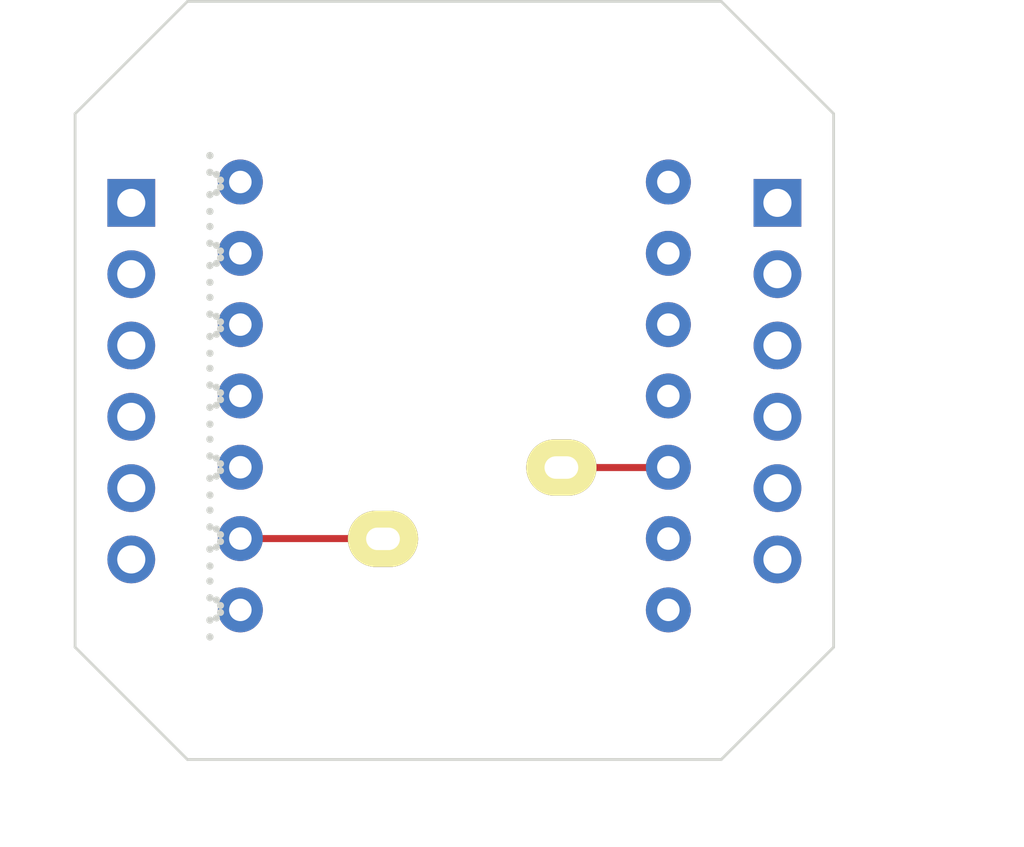
<source format=kicad_pcb>
(kicad_pcb (version 20211014) (generator pcbnew)
  (layers (0 "F.Cu" signal) (31 "B.Cu" signal) (34 "B.Paste" user) (35 "F.Paste" user) (36 "B.SilkS" user "B.Silkscreen") (37 "F.SilkS" user "F.Silkscreen") (38 "B.Mask" user) (39 "F.Mask" user) (44 "Edge.Cuts" user))
  (net 0 "")
  (net 1 "GND")
  (net 2 "Row0")
  (net 3 "Col0")
  (net 4 "VCC")
  (footprint "kbd_SW:CherryMX_Solder_1u" (layer "F.Cu") (at 195 106.561786 180)
    (fp_text reference "SW1" hide)
    (fp_text value "SW_1" hide)
    (pad "" np_thru_hole circle locked (at 5.08 0 270) (size 1.9 1.9) (drill 1.9) (layers *.Cu *.Mask))
    (pad "" np_thru_hole circle locked (at 0 0 270) (size 4 4) (drill 4) (layers *.Cu *.Mask))
    (pad "" np_thru_hole circle locked (at -5.08 0 270) (size 1.9 1.9) (drill 1.9) (layers *.Cu *.Mask))
    (pad "1" thru_hole oval locked (at -3.81 -2.54 180) (size 2.5 2) (drill oval 1.2 0.8) (layers *.Cu "F.SilkS" "B.Mask") (net 3 "Col0"))
    (pad "2" thru_hole oval locked (at 2.54 -5.08 180) (size 2.5 2) (drill oval 1.2 0.8) (layers *.Cu "F.SilkS" "B.Mask") (net 2 "Row0"))
  )
  (footprint "takashicompany:XIAO-RP2040-inside-only_Cutout" (layer "B.Cu") (at 195 106.561786 180)
    (fp_text reference "U1" hide)
    (fp_text value "MOUDLE-SEEEDUINO-XIAO" hide)
    (fp_curve (pts (xy 8.32282 -0.123257) (xy 8.32282 -0.123257) (xy 8.32282 -0.123257) (xy 8.32282 -0.123257)) (layer "Edge.Cuts") (width 0.25))
    (fp_curve (pts (xy 8.701117 -3.520564) (xy 8.701117 -3.520564) (xy 8.701117 -3.520564) (xy 8.701117 -3.520564)) (layer "Edge.Cuts") (width 0.25))
    (fp_curve (pts (xy 8.701117 6.045693) (xy 8.701117 6.045693) (xy 8.701117 6.045693) (xy 8.701117 6.045693)) (layer "Edge.Cuts") (width 0.25))
    (fp_curve (pts (xy 8.32282 5.174196) (xy 8.32282 5.174196) (xy 8.32282 5.174196) (xy 8.32282 5.174196)) (layer "Edge.Cuts") (width 0.25))
    (fp_curve (pts (xy 8.701117 5.449045) (xy 8.701117 5.449045) (xy 8.701117 5.449045) (xy 8.701117 5.449045)) (layer "Edge.Cuts") (width 0.25))
    (fp_curve (pts (xy 8.32282 0.122576) (xy 8.32282 0.122576) (xy 8.32282 0.122576) (xy 8.32282 0.122576)) (layer "Edge.Cuts") (width 0.25))
    (fp_curve (pts (xy 8.701117 -0.994754) (xy 8.701117 -0.994754) (xy 8.701117 -0.994754) (xy 8.701117 -0.994754)) (layer "Edge.Cuts") (width 0.25))
    (fp_curve (pts (xy 8.701117 2.127704) (xy 8.701117 2.127704) (xy 8.701117 2.127704) (xy 8.701117 2.127704)) (layer "Edge.Cuts") (width 0.25))
    (fp_curve (pts (xy 8.701117 4.653514) (xy 8.701117 4.653514) (xy 8.701117 4.653514) (xy 8.701117 4.653514)) (layer "Edge.Cuts") (width 0.25))
    (fp_curve (pts (xy 8.701117 1.531056) (xy 8.701117 1.531056) (xy 8.701117 1.531056) (xy 8.701117 1.531056)) (layer "Edge.Cuts") (width 0.25))
    (fp_curve (pts (xy 8.467317 2.847268) (xy 8.467317 2.847268) (xy 8.467317 2.847268) (xy 8.467317 2.847268)) (layer "Edge.Cuts") (width 0.25))
    (fp_curve (pts (xy 8.701117 3.519883) (xy 8.701117 3.519883) (xy 8.701117 3.519883) (xy 8.701117 3.519883)) (layer "Edge.Cuts") (width 0.25))
    (fp_curve (pts (xy 8.467317 4.729481) (xy 8.467317 4.729481) (xy 8.467317 4.729481) (xy 8.467317 4.729481)) (layer "Edge.Cuts") (width 0.25))
    (fp_curve (pts (xy 8.701117 -7.180005) (xy 8.701117 -7.180005) (xy 8.701117 -7.180005) (xy 8.701117 -7.180005)) (layer "Edge.Cuts") (width 0.25))
    (fp_curve (pts (xy 8.32282 -4.929044) (xy 8.32282 -4.929044) (xy 8.32282 -4.929044) (xy 8.32282 -4.929044)) (layer "Edge.Cuts") (width 0.25))
    (fp_curve (pts (xy 8.701117 2.923235) (xy 8.701117 2.923235) (xy 8.701117 2.923235) (xy 8.701117 2.923235)) (layer "Edge.Cuts") (width 0.25))
    (fp_curve (pts (xy 8.701117 7.974855) (xy 8.701117 7.974855) (xy 8.701117 7.974855) (xy 8.701117 7.974855)) (layer "Edge.Cuts") (width 0.25))
    (fp_curve (pts (xy 8.32282 4.928363) (xy 8.32282 4.928363) (xy 8.32282 4.928363) (xy 8.32282 4.928363)) (layer "Edge.Cuts") (width 0.25))
    (fp_curve (pts (xy 8.701117 -7.180005) (xy 8.701117 -7.180005) (xy 8.701117 -7.180005) (xy 8.701117 -7.180005)) (layer "Edge.Cuts") (width 0.25))
    (fp_curve (pts (xy 8.701117 8.571503) (xy 8.701117 8.571503) (xy 8.701117 8.571503) (xy 8.701117 8.571503)) (layer "Edge.Cuts") (width 0.25))
    (fp_curve (pts (xy 8.701117 -0.994754) (xy 8.701117 -0.994754) (xy 8.701117 -0.994754) (xy 8.701117 -0.994754)) (layer "Edge.Cuts") (width 0.25))
    (fp_curve (pts (xy 8.701117 4.653514) (xy 8.701117 4.653514) (xy 8.701117 4.653514) (xy 8.701117 4.653514)) (layer "Edge.Cuts") (width 0.25))
    (fp_curve (pts (xy 8.701117 0.994073) (xy 8.701117 0.994073) (xy 8.701117 0.994073) (xy 8.701117 0.994073)) (layer "Edge.Cuts") (width 0.25))
    (fp_curve (pts (xy 8.701117 0.397425) (xy 8.701117 0.397425) (xy 8.701117 0.397425) (xy 8.701117 0.397425)) (layer "Edge.Cuts") (width 0.25))
    (fp_curve (pts (xy 8.32282 -2.649067) (xy 8.32282 -2.649067) (xy 8.32282 -2.649067) (xy 8.32282 -2.649067)) (layer "Edge.Cuts") (width 0.25))
    (fp_curve (pts (xy 8.701117 6.582676) (xy 8.701117 6.582676) (xy 8.701117 6.582676) (xy 8.701117 6.582676)) (layer "Edge.Cuts") (width 0.25))
    (fp_curve (pts (xy 8.467317 7.898889) (xy 8.467317 7.898889) (xy 8.467317 7.898889) (xy 8.467317 7.898889)) (layer "Edge.Cuts") (width 0.25))
    (fp_curve (pts (xy 8.701117 -2.128385) (xy 8.701117 -2.128385) (xy 8.701117 -2.128385) (xy 8.701117 -2.128385)) (layer "Edge.Cuts") (width 0.25))
    (fp_curve (pts (xy 8.701117 -0.398106) (xy 8.701117 -0.398106) (xy 8.701117 -0.398106) (xy 8.701117 -0.398106)) (layer "Edge.Cuts") (width 0.25))
    (fp_curve (pts (xy 8.467317 -7.89957) (xy 8.467317 -7.89957) (xy 8.467317 -7.89957) (xy 8.467317 -7.89957)) (layer "Edge.Cuts") (width 0.25))
    (fp_curve (pts (xy 8.467317 5.373078) (xy 8.467317 5.373078) (xy 8.467317 5.373078) (xy 8.467317 5.373078)) (layer "Edge.Cuts") (width 0.25))
    (fp_curve (pts (xy 8.701117 -8.572184) (xy 8.701117 -8.572184) (xy 8.701117 -8.572184) (xy 8.701117 -8.572184)) (layer "Edge.Cuts") (width 0.25))
    (fp_curve (pts (xy 8.701117 -2.923916) (xy 8.701117 -2.923916) (xy 8.701117 -2.923916) (xy 8.701117 -2.923916)) (layer "Edge.Cuts") (width 0.25))
    (fp_curve (pts (xy 8.701117 -6.583357) (xy 8.701117 -6.583357) (xy 8.701117 -6.583357) (xy 8.701117 -6.583357)) (layer "Edge.Cuts") (width 0.25))
    (fp_curve (pts (xy 8.701117 -7.975536) (xy 8.701117 -7.975536) (xy 8.701117 -7.975536) (xy 8.701117 -7.975536)) (layer "Edge.Cuts") (width 0.25))
    (fp_curve (pts (xy 8.701117 -8.572184) (xy 8.701117 -8.572184) (xy 8.701117 -8.572184) (xy 8.701117 -8.572184)) (layer "Edge.Cuts") (width 0.25))
    (fp_curve (pts (xy 8.32282 -7.454855) (xy 8.32282 -7.454855) (xy 8.32282 -7.454855) (xy 8.32282 -7.454855)) (layer "Edge.Cuts") (width 0.25))
    (fp_curve (pts (xy 8.701117 -0.398106) (xy 8.701117 -0.398106) (xy 8.701117 -0.398106) (xy 8.701117 -0.398106)) (layer "Edge.Cuts") (width 0.25))
    (fp_curve (pts (xy 8.701117 8.571503) (xy 8.701117 8.571503) (xy 8.701117 8.571503) (xy 8.701117 8.571503)) (layer "Edge.Cuts") (width 0.25))
    (fp_curve (pts (xy 8.701117 7.179324) (xy 8.701117 7.179324) (xy 8.701117 7.179324) (xy 8.701117 7.179324)) (layer "Edge.Cuts") (width 0.25))
    (fp_curve (pts (xy 8.701117 -0.994754) (xy 8.701117 -0.994754) (xy 8.701117 -0.994754) (xy 8.701117 -0.994754)) (layer "Edge.Cuts") (width 0.25))
    (fp_curve (pts (xy 8.701117 -1.531737) (xy 8.701117 -1.531737) (xy 8.701117 -1.531737) (xy 8.701117 -1.531737)) (layer "Edge.Cuts") (width 0.25))
    (fp_curve (pts (xy 8.701117 -7.180005) (xy 8.701117 -7.180005) (xy 8.701117 -7.180005) (xy 8.701117 -7.180005)) (layer "Edge.Cuts") (width 0.25))
    (fp_curve (pts (xy 8.701117 -2.128385) (xy 8.701117 -2.128385) (xy 8.701117 -2.128385) (xy 8.701117 -2.128385)) (layer "Edge.Cuts") (width 0.25))
    (fp_curve (pts (xy 8.32282 -2.403234) (xy 8.32282 -2.403234) (xy 8.32282 -2.403234) (xy 8.32282 -2.403234)) (layer "Edge.Cuts") (width 0.25))
    (fp_curve (pts (xy 8.467317 -5.37376) (xy 8.467317 -5.37376) (xy 8.467317 -5.37376) (xy 8.467317 -5.37376)) (layer "Edge.Cuts") (width 0.25))
    (fp_curve (pts (xy 8.32282 2.402553) (xy 8.32282 2.402553) (xy 8.32282 2.402553) (xy 8.32282 2.402553)) (layer "Edge.Cuts") (width 0.25))
    (fp_curve (pts (xy 8.32282 -5.174877) (xy 8.32282 -5.174877) (xy 8.32282 -5.174877) (xy 8.32282 -5.174877)) (layer "Edge.Cuts") (width 0.25))
    (fp_curve (pts (xy 8.467317 0.321458) (xy 8.467317 0.321458) (xy 8.467317 0.321458) (xy 8.467317 0.321458)) (layer "Edge.Cuts") (width 0.25))
    (fp_curve (pts (xy 8.701117 7.179324) (xy 8.701117 7.179324) (xy 8.701117 7.179324) (xy 8.701117 7.179324)) (layer "Edge.Cuts") (width 0.25))
    (fp_curve (pts (xy 8.701117 -8.572184) (xy 8.701117 -8.572184) (xy 8.701117 -8.572184) (xy 8.701117 -8.572184)) (layer "Edge.Cuts") (width 0.25))
    (fp_curve (pts (xy 8.701117 0.994073) (xy 8.701117 0.994073) (xy 8.701117 0.994073) (xy 8.701117 0.994073)) (layer "Edge.Cuts") (width 0.25))
    (fp_curve (pts (xy 8.701117 2.923235) (xy 8.701117 2.923235) (xy 8.701117 2.923235) (xy 8.701117 2.923235)) (layer "Edge.Cuts") (width 0.25))
    (fp_curve (pts (xy 8.701117 -6.583357) (xy 8.701117 -6.583357) (xy 8.701117 -6.583357) (xy 8.701117 -6.583357)) (layer "Edge.Cuts") (width 0.25))
    (fp_curve (pts (xy 8.701117 -1.531737) (xy 8.701117 -1.531737) (xy 8.701117 -1.531737) (xy 8.701117 -1.531737)) (layer "Edge.Cuts") (width 0.25))
    (fp_curve (pts (xy 8.701117 5.449045) (xy 8.701117 5.449045) (xy 8.701117 5.449045) (xy 8.701117 5.449045)) (layer "Edge.Cuts") (width 0.25))
    (fp_curve (pts (xy 8.701117 1.531056) (xy 8.701117 1.531056) (xy 8.701117 1.531056) (xy 8.701117 1.531056)) (layer "Edge.Cuts") (width 0.25))
    (fp_curve (pts (xy 8.467317 -2.204352) (xy 8.467317 -2.204352) (xy 8.467317 -2.204352) (xy 8.467317 -2.204352)) (layer "Edge.Cuts") (width 0.25))
    (fp_curve (pts (xy 8.701117 6.582676) (xy 8.701117 6.582676) (xy 8.701117 6.582676) (xy 8.701117 6.582676)) (layer "Edge.Cuts") (width 0.25))
    (fp_curve (pts (xy 8.701117 4.056866) (xy 8.701117 4.056866) (xy 8.701117 4.056866) (xy 8.701117 4.056866)) (layer "Edge.Cuts") (width 0.25))
    (fp_curve (pts (xy 8.701117 -1.531737) (xy 8.701117 -1.531737) (xy 8.701117 -1.531737) (xy 8.701117 -1.531737)) (layer "Edge.Cuts") (width 0.25))
    (fp_curve (pts (xy 8.701117 -2.923916) (xy 8.701117 -2.923916) (xy 8.701117 -2.923916) (xy 8.701117 -2.923916)) (layer "Edge.Cuts") (width 0.25))
    (fp_curve (pts (xy 8.701117 6.045693) (xy 8.701117 6.045693) (xy 8.701117 6.045693) (xy 8.701117 6.045693)) (layer "Edge.Cuts") (width 0.25))
    (fp_curve (pts (xy 8.32282 -7.700687) (xy 8.32282 -7.700687) (xy 8.32282 -7.700687) (xy 8.32282 -7.700687)) (layer "Edge.Cuts") (width 0.25))
    (fp_curve (pts (xy 8.701117 7.974855) (xy 8.701117 7.974855) (xy 8.701117 7.974855) (xy 8.701117 7.974855)) (layer "Edge.Cuts") (width 0.25))
    (fp_curve (pts (xy 8.467317 2.203671) (xy 8.467317 2.203671) (xy 8.467317 2.203671) (xy 8.467317 2.203671)) (layer "Edge.Cuts") (width 0.25))
    (fp_curve (pts (xy 8.701117 1.531056) (xy 8.701117 1.531056) (xy 8.701117 1.531056) (xy 8.701117 1.531056)) (layer "Edge.Cuts") (width 0.25))
    (fp_curve (pts (xy 8.32282 7.700006) (xy 8.32282 7.700006) (xy 8.32282 7.700006) (xy 8.32282 7.700006)) (layer "Edge.Cuts") (width 0.25))
    (fp_curve (pts (xy 8.701117 3.519883) (xy 8.701117 3.519883) (xy 8.701117 3.519883) (xy 8.701117 3.519883)) (layer "Edge.Cuts") (width 0.25))
    (fp_curve (pts (xy 8.467317 -4.730162) (xy 8.467317 -4.730162) (xy 8.467317 -4.730162) (xy 8.467317 -4.730162)) (layer "Edge.Cuts") (width 0.25))
    (fp_curve (pts (xy 8.701117 6.045693) (xy 8.701117 6.045693) (xy 8.701117 6.045693) (xy 8.701117 6.045693)) (layer "Edge.Cuts") (width 0.25))
    (fp_curve (pts (xy 8.467317 -7.255972) (xy 8.467317 -7.255972) (xy 8.467317 -7.255972) (xy 8.467317 -7.255972)) (layer "Edge.Cuts") (width 0.25))
    (fp_curve (pts (xy 8.701117 0.397425) (xy 8.701117 0.397425) (xy 8.701117 0.397425) (xy 8.701117 0.397425)) (layer "Edge.Cuts") (width 0.25))
    (fp_curve (pts (xy 8.701117 8.571503) (xy 8.701117 8.571503) (xy 8.701117 8.571503) (xy 8.701117 8.571503)) (layer "Edge.Cuts") (width 0.25))
    (fp_curve (pts (xy 8.701117 -4.057547) (xy 8.701117 -4.057547) (xy 8.701117 -4.057547) (xy 8.701117 -4.057547)) (layer "Edge.Cuts") (width 0.25))
    (fp_curve (pts (xy 8.701117 -6.046374) (xy 8.701117 -6.046374) (xy 8.701117 -6.046374) (xy 8.701117 -6.046374)) (layer "Edge.Cuts") (width 0.25))
    (fp_curve (pts (xy 8.701117 5.449045) (xy 8.701117 5.449045) (xy 8.701117 5.449045) (xy 8.701117 5.449045)) (layer "Edge.Cuts") (width 0.25))
    (fp_curve (pts (xy 8.701117 2.923235) (xy 8.701117 2.923235) (xy 8.701117 2.923235) (xy 8.701117 2.923235)) (layer "Edge.Cuts") (width 0.25))
    (fp_curve (pts (xy 8.701117 -5.449726) (xy 8.701117 -5.449726) (xy 8.701117 -5.449726) (xy 8.701117 -5.449726)) (layer "Edge.Cuts") (width 0.25))
    (fp_curve (pts (xy 8.701117 2.127704) (xy 8.701117 2.127704) (xy 8.701117 2.127704) (xy 8.701117 2.127704)) (layer "Edge.Cuts") (width 0.25))
    (fp_curve (pts (xy 8.32282 7.454173) (xy 8.32282 7.454173) (xy 8.32282 7.454173) (xy 8.32282 7.454173)) (layer "Edge.Cuts") (width 0.25))
    (fp_curve (pts (xy 8.701117 -2.923916) (xy 8.701117 -2.923916) (xy 8.701117 -2.923916) (xy 8.701117 -2.923916)) (layer "Edge.Cuts") (width 0.25))
    (fp_curve (pts (xy 8.467317 7.255291) (xy 8.467317 7.255291) (xy 8.467317 7.255291) (xy 8.467317 7.255291)) (layer "Edge.Cuts") (width 0.25))
    (fp_curve (pts (xy 8.701117 3.519883) (xy 8.701117 3.519883) (xy 8.701117 3.519883) (xy 8.701117 3.519883)) (layer "Edge.Cuts") (width 0.25))
    (fp_curve (pts (xy 8.701117 4.653514) (xy 8.701117 4.653514) (xy 8.701117 4.653514) (xy 8.701117 4.653514)) (layer "Edge.Cuts") (width 0.25))
    (fp_curve (pts (xy 8.701117 -4.057547) (xy 8.701117 -4.057547) (xy 8.701117 -4.057547) (xy 8.701117 -4.057547)) (layer "Edge.Cuts") (width 0.25))
    (fp_curve (pts (xy 8.32282 2.648386) (xy 8.32282 2.648386) (xy 8.32282 2.648386) (xy 8.32282 2.648386)) (layer "Edge.Cuts") (width 0.25))
    (fp_curve (pts (xy 8.701117 -4.057547) (xy 8.701117 -4.057547) (xy 8.701117 -4.057547) (xy 8.701117 -4.057547)) (layer "Edge.Cuts") (width 0.25))
    (fp_curve (pts (xy 8.701117 7.179324) (xy 8.701117 7.179324) (xy 8.701117 7.179324) (xy 8.701117 7.179324)) (layer "Edge.Cuts") (width 0.25))
    (fp_curve (pts (xy 8.701117 -6.046374) (xy 8.701117 -6.046374) (xy 8.701117 -6.046374) (xy 8.701117 -6.046374)) (layer "Edge.Cuts") (width 0.25))
    (fp_curve (pts (xy 8.701117 -6.583357) (xy 8.701117 -6.583357) (xy 8.701117 -6.583357) (xy 8.701117 -6.583357)) (layer "Edge.Cuts") (width 0.25))
    (fp_curve (pts (xy 8.701117 -4.654195) (xy 8.701117 -4.654195) (xy 8.701117 -4.654195) (xy 8.701117 -4.654195)) (layer "Edge.Cuts") (width 0.25))
    (fp_curve (pts (xy 8.701117 -4.654195) (xy 8.701117 -4.654195) (xy 8.701117 -4.654195) (xy 8.701117 -4.654195)) (layer "Edge.Cuts") (width 0.25))
    (fp_curve (pts (xy 8.701117 7.974855) (xy 8.701117 7.974855) (xy 8.701117 7.974855) (xy 8.701117 7.974855)) (layer "Edge.Cuts") (width 0.25))
    (fp_curve (pts (xy 8.701117 0.397425) (xy 8.701117 0.397425) (xy 8.701117 0.397425) (xy 8.701117 0.397425)) (layer "Edge.Cuts") (width 0.25))
    (fp_curve (pts (xy 8.701117 2.127704) (xy 8.701117 2.127704) (xy 8.701117 2.127704) (xy 8.701117 2.127704)) (layer "Edge.Cuts") (width 0.25))
    (fp_curve (pts (xy 8.467317 -0.32214) (xy 8.467317 -0.32214) (xy 8.467317 -0.32214) (xy 8.467317 -0.32214)) (layer "Edge.Cuts") (width 0.25))
    (fp_curve (pts (xy 8.701117 -2.128385) (xy 8.701117 -2.128385) (xy 8.701117 -2.128385) (xy 8.701117 -2.128385)) (layer "Edge.Cuts") (width 0.25))
    (fp_curve (pts (xy 8.701117 -3.520564) (xy 8.701117 -3.520564) (xy 8.701117 -3.520564) (xy 8.701117 -3.520564)) (layer "Edge.Cuts") (width 0.25))
    (fp_curve (pts (xy 8.701117 -7.975536) (xy 8.701117 -7.975536) (xy 8.701117 -7.975536) (xy 8.701117 -7.975536)) (layer "Edge.Cuts") (width 0.25))
    (fp_curve (pts (xy 8.701117 -7.975536) (xy 8.701117 -7.975536) (xy 8.701117 -7.975536) (xy 8.701117 -7.975536)) (layer "Edge.Cuts") (width 0.25))
    (fp_curve (pts (xy 8.701117 4.056866) (xy 8.701117 4.056866) (xy 8.701117 4.056866) (xy 8.701117 4.056866)) (layer "Edge.Cuts") (width 0.25))
    (fp_curve (pts (xy 8.701117 -5.449726) (xy 8.701117 -5.449726) (xy 8.701117 -5.449726) (xy 8.701117 -5.449726)) (layer "Edge.Cuts") (width 0.25))
    (fp_curve (pts (xy 8.701117 -0.398106) (xy 8.701117 -0.398106) (xy 8.701117 -0.398106) (xy 8.701117 -0.398106)) (layer "Edge.Cuts") (width 0.25))
    (fp_curve (pts (xy 8.701117 -4.654195) (xy 8.701117 -4.654195) (xy 8.701117 -4.654195) (xy 8.701117 -4.654195)) (layer "Edge.Cuts") (width 0.25))
    (fp_curve (pts (xy 8.467317 -2.84795) (xy 8.467317 -2.84795) (xy 8.467317 -2.84795) (xy 8.467317 -2.84795)) (layer "Edge.Cuts") (width 0.25))
    (fp_curve (pts (xy 8.701117 -3.520564) (xy 8.701117 -3.520564) (xy 8.701117 -3.520564) (xy 8.701117 -3.520564)) (layer "Edge.Cuts") (width 0.25))
    (fp_curve (pts (xy 8.701117 4.056866) (xy 8.701117 4.056866) (xy 8.701117 4.056866) (xy 8.701117 4.056866)) (layer "Edge.Cuts") (width 0.25))
    (fp_curve (pts (xy 8.701117 -6.046374) (xy 8.701117 -6.046374) (xy 8.701117 -6.046374) (xy 8.701117 -6.046374)) (layer "Edge.Cuts") (width 0.25))
    (fp_curve (pts (xy 8.701117 0.994073) (xy 8.701117 0.994073) (xy 8.701117 0.994073) (xy 8.701117 0.994073)) (layer "Edge.Cuts") (width 0.25))
    (fp_curve (pts (xy 8.701117 -5.449726) (xy 8.701117 -5.449726) (xy 8.701117 -5.449726) (xy 8.701117 -5.449726)) (layer "Edge.Cuts") (width 0.25))
    (fp_curve (pts (xy 8.701117 6.582676) (xy 8.701117 6.582676) (xy 8.701117 6.582676) (xy 8.701117 6.582676)) (layer "Edge.Cuts") (width 0.25))
    (pad "1" thru_hole circle (at -7.6175 7.63 180) (size 1.6 1.6) (drill 0.8) (layers *.Cu *.Mask))
    (pad "2" thru_hole circle (at -7.6175 5.09 180) (size 1.6 1.6) (drill 0.8) (layers *.Cu *.Mask))
    (pad "3" thru_hole circle (at -7.6175 2.55 180) (size 1.6 1.6) (drill 0.8) (layers *.Cu *.Mask))
    (pad "4" thru_hole circle (at -7.6175 0.01 180) (size 1.6 1.6) (drill 0.8) (layers *.Cu *.Mask))
    (pad "5" thru_hole circle (at -7.6175 -2.53 180) (size 1.6 1.6) (drill 0.8) (layers *.Cu *.Mask) (net 3 "Col0"))
    (pad "6" thru_hole circle (at -7.6175 -5.07 180) (size 1.6 1.6) (drill 0.8) (layers *.Cu *.Mask))
    (pad "7" thru_hole circle (at -7.6175 -7.61 180) (size 1.6 1.6) (drill 0.8) (layers *.Cu *.Mask))
    (pad "8" thru_hole circle (at 7.6175 -7.61 180) (size 1.6 1.6) (drill 0.8) (layers *.Cu *.Mask))
    (pad "9" thru_hole circle (at 7.6175 -5.07 180) (size 1.6 1.6) (drill 0.8) (layers *.Cu *.Mask) (net 2 "Row0"))
    (pad "10" thru_hole circle (at 7.6175 -2.53 180) (size 1.6 1.6) (drill 0.8) (layers *.Cu *.Mask))
    (pad "11" thru_hole circle (at 7.6175 0.01 180) (size 1.6 1.6) (drill 0.8) (layers *.Cu *.Mask))
    (pad "12" thru_hole circle (at 7.6175 2.55 180) (size 1.6 1.6) (drill 0.8) (layers *.Cu *.Mask))
    (pad "13" thru_hole circle (at 7.6175 5.09 180) (size 1.6 1.6) (drill 0.8) (layers *.Cu *.Mask) (net 1 "GND"))
    (pad "14" thru_hole circle (at 7.6175 7.63 180) (size 1.6 1.6) (drill 0.8) (layers *.Cu *.Mask) (net 4 "VCC"))
  )
  (footprint "Connector_PinSocket_2.54mm:PinSocket_1x06_P2.54mm_Vertical" (layer "B.Cu") (at 183.5 99.675 180)
    (fp_text reference "J1" hide)
    (fp_text value "Conn_01x05")
    (pad "1" thru_hole rect (at 0 0 180) (size 1.7 1.7) (drill 1) (layers *.Cu *.Mask))
    (pad "2" thru_hole oval (at 0 -2.54 180) (size 1.7 1.7) (drill 1) (layers *.Cu *.Mask))
    (pad "3" thru_hole oval (at 0 -5.08 180) (size 1.7 1.7) (drill 1) (layers *.Cu *.Mask))
    (pad "4" thru_hole oval (at 0 -7.62 180) (size 1.7 1.7) (drill 1) (layers *.Cu *.Mask))
    (pad "5" thru_hole oval (at 0 -10.16 180) (size 1.7 1.7) (drill 1) (layers *.Cu *.Mask))
    (pad "6" thru_hole oval (at 0 -12.7 180) (size 1.7 1.7) (drill 1) (layers *.Cu *.Mask))
  )
  (footprint "Connector_PinSocket_2.54mm:PinSocket_1x06_P2.54mm_Vertical" (layer "B.Cu") (at 206.5 99.675 180)
    (fp_text reference "J2" hide)
    (fp_text value "Conn_01x05")
    (pad "1" thru_hole rect (at 0 0 180) (size 1.7 1.7) (drill 1) (layers *.Cu *.Mask))
    (pad "2" thru_hole oval (at 0 -2.54 180) (size 1.7 1.7) (drill 1) (layers *.Cu *.Mask))
    (pad "3" thru_hole oval (at 0 -5.08 180) (size 1.7 1.7) (drill 1) (layers *.Cu *.Mask))
    (pad "4" thru_hole oval (at 0 -7.62 180) (size 1.7 1.7) (drill 1) (layers *.Cu *.Mask))
    (pad "5" thru_hole oval (at 0 -10.16 180) (size 1.7 1.7) (drill 1) (layers *.Cu *.Mask))
    (pad "6" thru_hole oval (at 0 -12.7 180) (size 1.7 1.7) (drill 1) (layers *.Cu *.Mask))
  )
  (gr_line (start 181.5 96.5) (end 181.5 115.5) (layer "Edge.Cuts") (width 0.1))
  (gr_line (start 185.5 119.5) (end 204.5 119.5) (layer "Edge.Cuts") (width 0.1))
  (gr_line (start 204.5 92.5) (end 208.5 96.5) (layer "Edge.Cuts") (width 0.1))
  (gr_line (start 181.5 115.5) (end 185.5 119.5) (layer "Edge.Cuts") (width 0.1))
  (gr_line (start 208.5 96.5) (end 208.5 115.5) (layer "Edge.Cuts") (width 0.1))
  (gr_line (start 181.5 96.5) (end 185.5 92.5) (layer "Edge.Cuts") (width 0.1))
  (gr_line (start 208.5 115.5) (end 204.5 119.5) (layer "Edge.Cuts") (width 0.1))
  (gr_line (start 185.5 92.5) (end 204.5 92.5) (layer "Edge.Cuts") (width 0.1))
  (segment (start 192.45 111.631786) (end 192.46 111.641786) (width 0.25) (layer "F.Cu") (net 2))
  (segment (start 187.3825 111.631786) (end 192.45 111.631786) (width 0.25) (layer "F.Cu") (net 2))
  (segment (start 198.81 109.101786) (end 202.6075 109.101786) (width 0.25) (layer "F.Cu") (net 3))
  (segment (start 202.6075 109.101786) (end 202.6175 109.091786) (width 0.25) (layer "F.Cu") (net 3))
)
</source>
